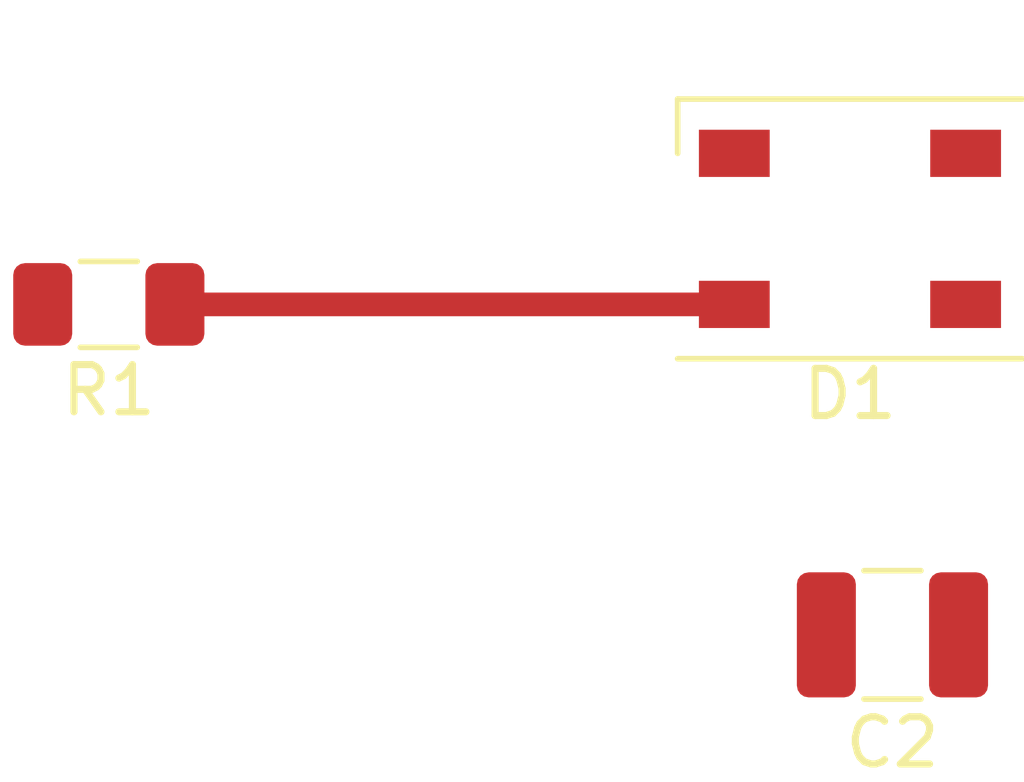
<source format=kicad_pcb>
(kicad_pcb (version 20171130) (host pcbnew 5.1.5+dfsg1-2build2)

  (general
    (thickness 1.6)
    (drawings 0)
    (tracks 1)
    (zones 0)
    (modules 3)
    (nets 6)
  )

  (page A4)
  (layers
    (0 F.Cu signal)
    (31 B.Cu signal)
    (32 B.Adhes user)
    (33 F.Adhes user)
    (34 B.Paste user)
    (35 F.Paste user)
    (36 B.SilkS user)
    (37 F.SilkS user)
    (38 B.Mask user)
    (39 F.Mask user)
    (40 Dwgs.User user)
    (41 Cmts.User user)
    (42 Eco1.User user)
    (43 Eco2.User user)
    (44 Edge.Cuts user)
    (45 Margin user)
    (46 B.CrtYd user)
    (47 F.CrtYd user)
    (48 B.Fab user)
    (49 F.Fab user)
  )

  (setup
    (last_trace_width 0.501)
    (trace_clearance 0.2)
    (zone_clearance 0.508)
    (zone_45_only no)
    (trace_min 0.5)
    (via_size 0.8)
    (via_drill 0.4)
    (via_min_size 0.4)
    (via_min_drill 0.3)
    (uvia_size 0.3)
    (uvia_drill 0.1)
    (uvias_allowed no)
    (uvia_min_size 0.25)
    (uvia_min_drill 0.1)
    (edge_width 0.05)
    (segment_width 0.2)
    (pcb_text_width 0.3)
    (pcb_text_size 1.5 1.5)
    (mod_edge_width 0.12)
    (mod_text_size 1 1)
    (mod_text_width 0.15)
    (pad_size 1.524 1.524)
    (pad_drill 0.762)
    (pad_to_mask_clearance 0.051)
    (solder_mask_min_width 0.25)
    (aux_axis_origin 0 0)
    (visible_elements FFFFFF7F)
    (pcbplotparams
      (layerselection 0x010fc_ffffffff)
      (usegerberextensions false)
      (usegerberattributes false)
      (usegerberadvancedattributes false)
      (creategerberjobfile false)
      (excludeedgelayer true)
      (linewidth 0.100000)
      (plotframeref false)
      (viasonmask false)
      (mode 1)
      (useauxorigin false)
      (hpglpennumber 1)
      (hpglpenspeed 20)
      (hpglpendiameter 15.000000)
      (psnegative false)
      (psa4output false)
      (plotreference true)
      (plotvalue true)
      (plotinvisibletext false)
      (padsonsilk false)
      (subtractmaskfromsilk false)
      (outputformat 1)
      (mirror false)
      (drillshape 1)
      (scaleselection 1)
      (outputdirectory ""))
  )

  (net 0 "")
  (net 1 GNDD)
  (net 2 +3V8)
  (net 3 "Net-(D1-Pad4)")
  (net 4 "Net-(D1-Pad2)")
  (net 5 24bit_control_words)

  (net_class Default "This is the default net class."
    (clearance 0.2)
    (trace_width 0.501)
    (via_dia 0.8)
    (via_drill 0.4)
    (uvia_dia 0.3)
    (uvia_drill 0.1)
    (diff_pair_width 0.501)
    (diff_pair_gap 0.25)
    (add_net +3V8)
    (add_net 24bit_control_words)
    (add_net GNDD)
    (add_net "Net-(D1-Pad2)")
    (add_net "Net-(D1-Pad4)")
  )

  (net_class highstrain ""
    (clearance 0.5)
    (trace_width 1)
    (via_dia 0.8)
    (via_drill 0.4)
    (uvia_dia 0.3)
    (uvia_drill 0.1)
    (diff_pair_width 1)
    (diff_pair_gap 0.25)
  )

  (net_class lowstrain ""
    (clearance 0.2)
    (trace_width 0.6)
    (via_dia 0.8)
    (via_drill 0.4)
    (uvia_dia 0.3)
    (uvia_drill 0.1)
    (diff_pair_width 0.6)
    (diff_pair_gap 0.25)
  )

  (net_class middlestrain ""
    (clearance 0.2)
    (trace_width 0.8)
    (via_dia 0.8)
    (via_drill 0.4)
    (uvia_dia 0.3)
    (uvia_drill 0.1)
    (diff_pair_width 0.8)
    (diff_pair_gap 0.25)
  )

  (module Resistor_SMD:R_1206_3216Metric (layer F.Cu) (tedit 5B301BBD) (tstamp 60186A08)
    (at 112.25 74.75 180)
    (descr "Resistor SMD 1206 (3216 Metric), square (rectangular) end terminal, IPC_7351 nominal, (Body size source: http://www.tortai-tech.com/upload/download/2011102023233369053.pdf), generated with kicad-footprint-generator")
    (tags resistor)
    (path /6018BFEE)
    (attr smd)
    (fp_text reference R1 (at 0 -1.82) (layer F.SilkS)
      (effects (font (size 1 1) (thickness 0.15)))
    )
    (fp_text value 470 (at 0 1.82) (layer F.Fab)
      (effects (font (size 1 1) (thickness 0.15)))
    )
    (fp_text user %R (at 0 0) (layer F.Fab)
      (effects (font (size 0.8 0.8) (thickness 0.12)))
    )
    (fp_line (start 2.28 1.12) (end -2.28 1.12) (layer F.CrtYd) (width 0.05))
    (fp_line (start 2.28 -1.12) (end 2.28 1.12) (layer F.CrtYd) (width 0.05))
    (fp_line (start -2.28 -1.12) (end 2.28 -1.12) (layer F.CrtYd) (width 0.05))
    (fp_line (start -2.28 1.12) (end -2.28 -1.12) (layer F.CrtYd) (width 0.05))
    (fp_line (start -0.602064 0.91) (end 0.602064 0.91) (layer F.SilkS) (width 0.12))
    (fp_line (start -0.602064 -0.91) (end 0.602064 -0.91) (layer F.SilkS) (width 0.12))
    (fp_line (start 1.6 0.8) (end -1.6 0.8) (layer F.Fab) (width 0.1))
    (fp_line (start 1.6 -0.8) (end 1.6 0.8) (layer F.Fab) (width 0.1))
    (fp_line (start -1.6 -0.8) (end 1.6 -0.8) (layer F.Fab) (width 0.1))
    (fp_line (start -1.6 0.8) (end -1.6 -0.8) (layer F.Fab) (width 0.1))
    (pad 2 smd roundrect (at 1.4 0 180) (size 1.25 1.75) (layers F.Cu F.Paste F.Mask) (roundrect_rratio 0.2)
      (net 5 24bit_control_words))
    (pad 1 smd roundrect (at -1.4 0 180) (size 1.25 1.75) (layers F.Cu F.Paste F.Mask) (roundrect_rratio 0.2)
      (net 4 "Net-(D1-Pad2)"))
    (model ${KISYS3DMOD}/Resistor_SMD.3dshapes/R_1206_3216Metric.wrl
      (at (xyz 0 0 0))
      (scale (xyz 1 1 1))
      (rotate (xyz 0 0 0))
    )
  )

  (module LED_SMD:LED_SK6812_PLCC4_5.0x5.0mm_P3.2mm (layer F.Cu) (tedit 5AA4B263) (tstamp 601869F7)
    (at 127.95 73.15 180)
    (descr https://cdn-shop.adafruit.com/product-files/1138/SK6812+LED+datasheet+.pdf)
    (tags "LED RGB NeoPixel")
    (path /60186335)
    (attr smd)
    (fp_text reference D1 (at 0 -3.5) (layer F.SilkS)
      (effects (font (size 1 1) (thickness 0.15)))
    )
    (fp_text value SK6812 (at 0 4) (layer F.Fab)
      (effects (font (size 1 1) (thickness 0.15)))
    )
    (fp_circle (center 0 0) (end 0 -2) (layer F.Fab) (width 0.1))
    (fp_line (start 3.65 2.75) (end 3.65 1.6) (layer F.SilkS) (width 0.12))
    (fp_line (start -3.65 2.75) (end 3.65 2.75) (layer F.SilkS) (width 0.12))
    (fp_line (start -3.65 -2.75) (end 3.65 -2.75) (layer F.SilkS) (width 0.12))
    (fp_line (start 2.5 -2.5) (end -2.5 -2.5) (layer F.Fab) (width 0.1))
    (fp_line (start 2.5 2.5) (end 2.5 -2.5) (layer F.Fab) (width 0.1))
    (fp_line (start -2.5 2.5) (end 2.5 2.5) (layer F.Fab) (width 0.1))
    (fp_line (start -2.5 -2.5) (end -2.5 2.5) (layer F.Fab) (width 0.1))
    (fp_line (start 2.5 1.5) (end 1.5 2.5) (layer F.Fab) (width 0.1))
    (fp_line (start -3.45 -2.75) (end -3.45 2.75) (layer F.CrtYd) (width 0.05))
    (fp_line (start -3.45 2.75) (end 3.45 2.75) (layer F.CrtYd) (width 0.05))
    (fp_line (start 3.45 2.75) (end 3.45 -2.75) (layer F.CrtYd) (width 0.05))
    (fp_line (start 3.45 -2.75) (end -3.45 -2.75) (layer F.CrtYd) (width 0.05))
    (fp_text user %R (at 0 0) (layer F.Fab)
      (effects (font (size 0.8 0.8) (thickness 0.15)))
    )
    (pad 3 smd rect (at -2.45 -1.6 180) (size 1.5 1) (layers F.Cu F.Paste F.Mask)
      (net 2 +3V8))
    (pad 4 smd rect (at -2.45 1.6 180) (size 1.5 1) (layers F.Cu F.Paste F.Mask)
      (net 3 "Net-(D1-Pad4)"))
    (pad 2 smd rect (at 2.45 -1.6 180) (size 1.5 1) (layers F.Cu F.Paste F.Mask)
      (net 4 "Net-(D1-Pad2)"))
    (pad 1 smd rect (at 2.45 1.6 180) (size 1.5 1) (layers F.Cu F.Paste F.Mask)
      (net 1 GNDD))
    (model ${KISYS3DMOD}/LED_SMD.3dshapes/LED_SK6812_PLCC4_5.0x5.0mm_P3.2mm.wrl
      (at (xyz 0 0 0))
      (scale (xyz 1 1 1))
      (rotate (xyz 0 0 0))
    )
  )

  (module Resistor_SMD:R_1210_3225Metric (layer F.Cu) (tedit 5B301BBD) (tstamp 601869E1)
    (at 128.85 81.75 180)
    (descr "Resistor SMD 1210 (3225 Metric), square (rectangular) end terminal, IPC_7351 nominal, (Body size source: http://www.tortai-tech.com/upload/download/2011102023233369053.pdf), generated with kicad-footprint-generator")
    (tags resistor)
    (path /6018D7D3)
    (attr smd)
    (fp_text reference C2 (at 0 -2.28) (layer F.SilkS)
      (effects (font (size 1 1) (thickness 0.15)))
    )
    (fp_text value 100nF (at 0 2.28) (layer F.Fab)
      (effects (font (size 1 1) (thickness 0.15)))
    )
    (fp_line (start -1.6 1.25) (end -1.6 -1.25) (layer F.Fab) (width 0.1))
    (fp_line (start -1.6 -1.25) (end 1.6 -1.25) (layer F.Fab) (width 0.1))
    (fp_line (start 1.6 -1.25) (end 1.6 1.25) (layer F.Fab) (width 0.1))
    (fp_line (start 1.6 1.25) (end -1.6 1.25) (layer F.Fab) (width 0.1))
    (fp_line (start -0.602064 -1.36) (end 0.602064 -1.36) (layer F.SilkS) (width 0.12))
    (fp_line (start -0.602064 1.36) (end 0.602064 1.36) (layer F.SilkS) (width 0.12))
    (fp_line (start -2.28 1.58) (end -2.28 -1.58) (layer F.CrtYd) (width 0.05))
    (fp_line (start -2.28 -1.58) (end 2.28 -1.58) (layer F.CrtYd) (width 0.05))
    (fp_line (start 2.28 -1.58) (end 2.28 1.58) (layer F.CrtYd) (width 0.05))
    (fp_line (start 2.28 1.58) (end -2.28 1.58) (layer F.CrtYd) (width 0.05))
    (fp_text user %R (at 0 0) (layer F.Fab)
      (effects (font (size 0.8 0.8) (thickness 0.12)))
    )
    (pad 1 smd roundrect (at -1.4 0 180) (size 1.25 2.65) (layers F.Cu F.Paste F.Mask) (roundrect_rratio 0.2)
      (net 2 +3V8))
    (pad 2 smd roundrect (at 1.4 0 180) (size 1.25 2.65) (layers F.Cu F.Paste F.Mask) (roundrect_rratio 0.2)
      (net 1 GNDD))
    (model ${KISYS3DMOD}/Resistor_SMD.3dshapes/R_1210_3225Metric.wrl
      (at (xyz 0 0 0))
      (scale (xyz 1 1 1))
      (rotate (xyz 0 0 0))
    )
  )

  (segment (start 113.65 74.75) (end 125.5 74.75) (width 0.501) (layer F.Cu) (net 4))

)

</source>
